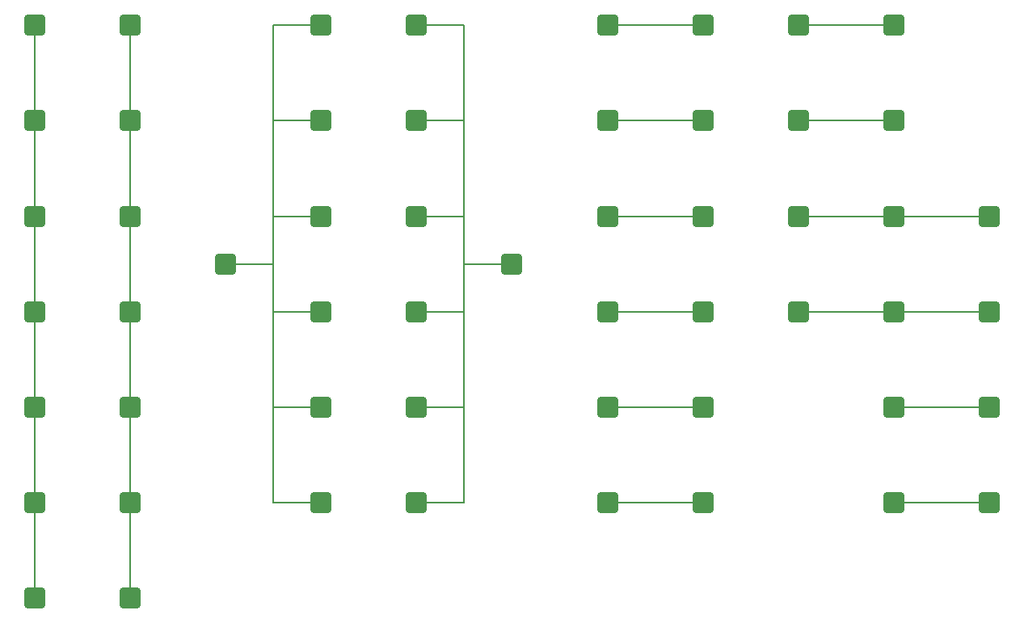
<source format=gbr>
%TF.GenerationSoftware,KiCad,Pcbnew,9.0.1*%
%TF.CreationDate,2025-04-17T11:28:57-04:00*%
%TF.ProjectId,IMUPCB,494d5550-4342-42e6-9b69-6361645f7063,rev?*%
%TF.SameCoordinates,Original*%
%TF.FileFunction,Copper,L2,Bot*%
%TF.FilePolarity,Positive*%
%FSLAX46Y46*%
G04 Gerber Fmt 4.6, Leading zero omitted, Abs format (unit mm)*
G04 Created by KiCad (PCBNEW 9.0.1) date 2025-04-17 11:28:57*
%MOMM*%
%LPD*%
G01*
G04 APERTURE LIST*
G04 Aperture macros list*
%AMRoundRect*
0 Rectangle with rounded corners*
0 $1 Rounding radius*
0 $2 $3 $4 $5 $6 $7 $8 $9 X,Y pos of 4 corners*
0 Add a 4 corners polygon primitive as box body*
4,1,4,$2,$3,$4,$5,$6,$7,$8,$9,$2,$3,0*
0 Add four circle primitives for the rounded corners*
1,1,$1+$1,$2,$3*
1,1,$1+$1,$4,$5*
1,1,$1+$1,$6,$7*
1,1,$1+$1,$8,$9*
0 Add four rect primitives between the rounded corners*
20,1,$1+$1,$2,$3,$4,$5,0*
20,1,$1+$1,$4,$5,$6,$7,0*
20,1,$1+$1,$6,$7,$8,$9,0*
20,1,$1+$1,$8,$9,$2,$3,0*%
G04 Aperture macros list end*
%TA.AperFunction,NonConductor*%
%ADD10C,0.200000*%
%TD*%
%TA.AperFunction,ComponentPad*%
%ADD11RoundRect,0.250000X-0.825000X-0.825000X0.825000X-0.825000X0.825000X0.825000X-0.825000X0.825000X0*%
%TD*%
G04 APERTURE END LIST*
D10*
X150000000Y-95000000D02*
X145000000Y-95000000D01*
X160000000Y-95000000D02*
X165000000Y-95000000D01*
X130000000Y-105000000D02*
X130000000Y-115000000D01*
X145000000Y-105000000D02*
X145000000Y-85000000D01*
X145000000Y-85000000D02*
X145000000Y-70000000D01*
X150000000Y-105000000D02*
X145000000Y-105000000D01*
X165000000Y-80000000D02*
X170000000Y-80000000D01*
X130000000Y-60000000D02*
X130000000Y-55000000D01*
X190000000Y-75000000D02*
X180000000Y-75000000D01*
X190000000Y-105000000D02*
X180000000Y-105000000D01*
X145000000Y-55000000D02*
X150000000Y-55000000D01*
X120000000Y-65000000D02*
X120000000Y-100000000D01*
X145000000Y-65000000D02*
X145000000Y-70000000D01*
X220000000Y-95000000D02*
X210000000Y-95000000D01*
X165000000Y-65000000D02*
X160000000Y-65000000D01*
X130000000Y-65000000D02*
X130000000Y-60000000D01*
X165000000Y-85000000D02*
X165000000Y-70000000D01*
X165000000Y-65000000D02*
X165000000Y-55000000D01*
X165000000Y-55000000D02*
X160000000Y-55000000D01*
X130000000Y-65000000D02*
X130000000Y-100000000D01*
X145000000Y-80000000D02*
X140000000Y-80000000D01*
X160000000Y-75000000D02*
X165000000Y-75000000D01*
X220000000Y-75000000D02*
X200000000Y-75000000D01*
X220000000Y-105000000D02*
X210000000Y-105000000D01*
X165000000Y-65000000D02*
X165000000Y-70000000D01*
X190000000Y-85000000D02*
X180000000Y-85000000D01*
X220000000Y-85000000D02*
X200000000Y-85000000D01*
X165000000Y-105000000D02*
X165000000Y-85000000D01*
X210000000Y-55000000D02*
X200000000Y-55000000D01*
X130000000Y-100000000D02*
X130000000Y-105000000D01*
X145000000Y-65000000D02*
X150000000Y-65000000D01*
X150000000Y-85000000D02*
X145000000Y-85000000D01*
X120000000Y-65000000D02*
X120000000Y-60000000D01*
X210000000Y-65000000D02*
X200000000Y-65000000D01*
X120000000Y-100000000D02*
X120000000Y-105000000D01*
X120000000Y-105000000D02*
X120000000Y-115000000D01*
X190000000Y-55000000D02*
X180000000Y-55000000D01*
X145000000Y-65000000D02*
X145000000Y-55000000D01*
X150000000Y-75000000D02*
X145000000Y-75000000D01*
X160000000Y-105000000D02*
X165000000Y-105000000D01*
X190000000Y-65000000D02*
X180000000Y-65000000D01*
X120000000Y-60000000D02*
X120000000Y-55000000D01*
X190000000Y-95000000D02*
X180000000Y-95000000D01*
X160000000Y-85000000D02*
X165000000Y-85000000D01*
D11*
%TO.P,,1*%
%TO.N,N/C*%
X160000000Y-55000000D03*
%TD*%
%TO.P, ,1*%
%TO.N,N/C*%
X150000000Y-65000000D03*
%TD*%
%TO.P,,1*%
%TO.N,N/C*%
X170000000Y-80000000D03*
%TD*%
%TO.P,,1*%
%TO.N,N/C*%
X130000000Y-75000000D03*
%TD*%
%TO.P,,1*%
%TO.N,N/C*%
X180000000Y-105000000D03*
%TD*%
%TO.P,,1*%
%TO.N,N/C*%
X210000000Y-85000000D03*
%TD*%
%TO.P,,1*%
%TO.N,N/C*%
X160000000Y-105000000D03*
%TD*%
%TO.P,,1*%
%TO.N,N/C*%
X150000000Y-95000000D03*
%TD*%
%TO.P,,1*%
%TO.N,N/C*%
X130000000Y-55000000D03*
%TD*%
%TO.P,,1*%
%TO.N,N/C*%
X160000000Y-75000000D03*
%TD*%
%TO.P,,1*%
%TO.N,N/C*%
X200000000Y-65000000D03*
%TD*%
%TO.P,,1*%
%TO.N,N/C*%
X220000000Y-95000000D03*
%TD*%
%TO.P,,1*%
%TO.N,N/C*%
X210000000Y-105000000D03*
%TD*%
%TO.P,,1*%
%TO.N,N/C*%
X150000000Y-55000000D03*
%TD*%
%TO.P,,1*%
%TO.N,N/C*%
X190000000Y-75000000D03*
%TD*%
%TO.P,,1*%
%TO.N,N/C*%
X180000000Y-55000000D03*
%TD*%
%TO.P,,1*%
%TO.N,N/C*%
X200000000Y-85000000D03*
%TD*%
%TO.P,,1*%
%TO.N,N/C*%
X120000000Y-65000000D03*
%TD*%
%TO.P,,1*%
%TO.N,N/C*%
X190000000Y-55000000D03*
%TD*%
%TO.P,,1*%
%TO.N,N/C*%
X190000000Y-105000000D03*
%TD*%
%TO.P,,1*%
%TO.N,N/C*%
X210000000Y-55000000D03*
%TD*%
%TO.P,,1*%
%TO.N,N/C*%
X130000000Y-105000000D03*
%TD*%
%TO.P,,1*%
%TO.N,N/C*%
X190000000Y-85000000D03*
%TD*%
%TO.P,,1*%
%TO.N,N/C*%
X180000000Y-75000000D03*
%TD*%
%TO.P,,1*%
%TO.N,N/C*%
X130000000Y-85000000D03*
%TD*%
%TO.P,,1*%
%TO.N,N/C*%
X160000000Y-95000000D03*
%TD*%
%TO.P,,1*%
%TO.N,N/C*%
X130000000Y-115000000D03*
%TD*%
%TO.P,,1*%
%TO.N,N/C*%
X150000000Y-105000000D03*
%TD*%
%TO.P,,1*%
%TO.N,N/C*%
X120000000Y-115000000D03*
%TD*%
%TO.P,,1*%
%TO.N,N/C*%
X120000000Y-75000000D03*
%TD*%
%TO.P,,1*%
%TO.N,N/C*%
X220000000Y-85000000D03*
%TD*%
%TO.P,,1*%
%TO.N,N/C*%
X180000000Y-65000000D03*
%TD*%
%TO.P,,1*%
%TO.N,N/C*%
X120000000Y-55000000D03*
%TD*%
%TO.P,,1*%
%TO.N,N/C*%
X150000000Y-75000000D03*
%TD*%
%TO.P,,1*%
%TO.N,N/C*%
X190000000Y-65000000D03*
%TD*%
%TO.P,,1*%
%TO.N,N/C*%
X210000000Y-95000000D03*
%TD*%
%TO.P,,1*%
%TO.N,N/C*%
X190000000Y-95000000D03*
%TD*%
%TO.P,,1*%
%TO.N,N/C*%
X150000000Y-85000000D03*
%TD*%
%TO.P,,1*%
%TO.N,N/C*%
X200000000Y-55000000D03*
%TD*%
%TO.P,,1*%
%TO.N,N/C*%
X130000000Y-95000000D03*
%TD*%
%TO.P,,1*%
%TO.N,N/C*%
X120000000Y-105000000D03*
%TD*%
%TO.P,,1*%
%TO.N,N/C*%
X220000000Y-75000000D03*
%TD*%
%TO.P,,1*%
%TO.N,N/C*%
X130000000Y-65000000D03*
%TD*%
%TO.P,,1*%
%TO.N,N/C*%
X160000000Y-85000000D03*
%TD*%
%TO.P,,1*%
%TO.N,N/C*%
X120000000Y-95000000D03*
%TD*%
%TO.P,,1*%
%TO.N,N/C*%
X180000000Y-95000000D03*
%TD*%
%TO.P,,1*%
%TO.N,N/C*%
X160000000Y-65000000D03*
%TD*%
%TO.P,,1*%
%TO.N,N/C*%
X220000000Y-105000000D03*
%TD*%
%TO.P,,1*%
%TO.N,N/C*%
X200000000Y-75000000D03*
%TD*%
%TO.P,,1*%
%TO.N,N/C*%
X120000000Y-85000000D03*
%TD*%
%TO.P,,1*%
%TO.N,N/C*%
X210000000Y-65000000D03*
%TD*%
%TO.P,,1*%
%TO.N,N/C*%
X140000000Y-80000000D03*
%TD*%
%TO.P,,1*%
%TO.N,N/C*%
X180000000Y-85000000D03*
%TD*%
%TO.P,,1*%
%TO.N,N/C*%
X210000000Y-75000000D03*
%TD*%
M02*

</source>
